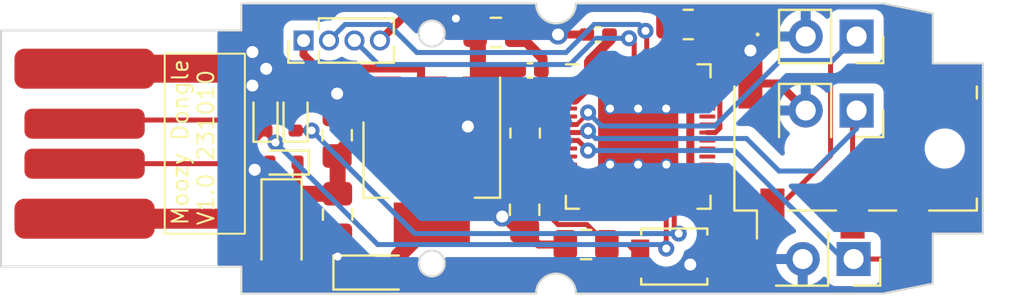
<source format=kicad_pcb>
(kicad_pcb (version 20221018) (generator pcbnew)
  (title_block (title "Moozy Dongle") (date "2023-10-10") (rev "1.0") (company "Author : Laurent Claude - www.Moozy.click") (comment 1 "License : Open Source Hardware - CC BY-SA 4.0"))
  (layers (0 "F.Cu" signal) (31 "B.Cu" signal) (34 "B.Paste" user) (35 "F.Paste" user) (36 "B.SilkS" user "B.Silkscreen") (37 "F.SilkS" user "F.Silkscreen") (38 "B.Mask" user) (39 "F.Mask" user) (44 "Edge.Cuts" user))
  (net 0 "")
  (net 1 "GND")
  (net 3 "+3.3V")
  (net 4 "Net-(U2-CHIP_PU{slash}RESET)")
  (net 5 "Net-(U2-GPIO1{slash}ADC1_CH0)")
  (net 21 "Net-(U2-GPIO2{slash}ADC1_CH1)")
  (net 22 "/Vusb")
  (net 39 "VBUS")
  (net 40 "Net-(D3-A1)")
  (net 41 "Net-(U2-GPIO0{slash}BOOT)")
  (net 48 "/TX")
  (net 49 "/RX")
  (net 52 "Net-(D4-A1)")
  (net 53 "Net-(D2-A)")
  (net 54 "/IO48{slash}LED")
  (net 55 "Net-(U2-GPIO3{slash}ADC1_CH2)")
  (footprint "Capacitor_SMD:C_0805_2012Metric_Pad1.18x1.45mm_HandSolder" (layer "F.Cu") (at 133.902 87.9329 90)
    (fp_text reference "C4" hide)
    (fp_text value "1uF" hide)
    (fp_line (start -0.261252 -0.735) (end 0.261252 -0.735) (stroke (width 0.12)) (layer "F.SilkS"))
    (fp_line (start -0.261252 0.735) (end 0.261252 0.735) (stroke (width 0.12)) (layer "F.SilkS"))
    (pad "1" smd roundrect (at -1.0375 0 90) (size 1.175 1.45) (layers "F.Cu" "F.Paste" "F.Mask") (roundrect_rratio 0.2127659574) (net 1 "GND"))
    (pad "2" smd roundrect (at 1.0375 0 90) (size 1.175 1.45) (layers "F.Cu" "F.Paste" "F.Mask") (roundrect_rratio 0.2127659574) (net 4 "Net-(U2-CHIP_PU{slash}RESET)"))
  )
  (footprint "Capacitor_SMD:C_0805_2012Metric_Pad1.18x1.45mm_HandSolder" (layer "F.Cu") (at 124.569 88.1695 -90)
    (fp_text reference "C1" hide)
    (fp_text value "10uF" hide)
    (fp_line (start -0.261252 -0.735) (end 0.261252 -0.735) (stroke (width 0.12)) (layer "F.SilkS"))
    (fp_line (start -0.261252 0.735) (end 0.261252 0.735) (stroke (width 0.12)) (layer "F.SilkS"))
    (pad "1" smd roundrect (at -1.0375 0 270) (size 1.175 1.45) (layers "F.Cu" "F.Paste" "F.Mask") (roundrect_rratio 0.2127659574) (net 39 "VBUS"))
    (pad "2" smd roundrect (at 1.0375 0 270) (size 1.175 1.45) (layers "F.Cu" "F.Paste" "F.Mask") (roundrect_rratio 0.2127659574) (net 1 "GND"))
  )
  (footprint "Capacitor_SMD:C_0805_2012Metric_Pad1.18x1.45mm_HandSolder" (layer "F.Cu") (at 132.469 79.07)
    (fp_text reference "C3" hide)
    (fp_text value "10uF" hide)
    (fp_line (start -0.261252 -0.735) (end 0.261252 -0.735) (stroke (width 0.12)) (layer "F.SilkS"))
    (fp_line (start -0.261252 0.735) (end 0.261252 0.735) (stroke (width 0.12)) (layer "F.SilkS"))
    (pad "1" smd roundrect (at -1.0375 0) (size 1.175 1.45) (layers "F.Cu" "F.Paste" "F.Mask") (roundrect_rratio 0.2127659574) (net 1 "GND"))
    (pad "2" smd roundrect (at 1.0375 0) (size 1.175 1.45) (layers "F.Cu" "F.Paste" "F.Mask") (roundrect_rratio 0.2127659574) (net 3 "+3.3V"))
  )
  (footprint "LED_SMD:LED_0201_0603Metric" (layer "F.Cu") (at 144.669 79.17 180)
    (fp_text reference "D2" hide)
    (fp_text value "LED XINGLIGHT XL-0201UGC " hide)
    (fp_circle (center -0.86 0) (end -0.81 0) (stroke (width 0.1)) (fill none) (layer "F.SilkS"))
    (pad "1" smd roundrect (at -0.32 0 180) (size 0.46 0.4) (layers "F.Cu" "F.Mask") (net 1 "GND"))
    (pad "2" smd roundrect (at 0.32 0 180) (size 0.46 0.4) (layers "F.Cu" "F.Mask") (net 53 "Net-(D2-A)"))
  )
  (footprint "Package_DFN_QFN:QFN-56-1EP_7x7mm_P0.4mm_EP4x4mm" (layer "F.Cu") (at 139.569 84.27)
    (fp_text reference "U2" hide)
    (fp_text value "ESP32-S3-PICO-1" hide)
    (fp_line (start -3.61 3.61) (end -3.61 2.96) (stroke (width 0.12)) (layer "F.SilkS"))
    (fp_line (start -2.96 -3.61) (end -3.61 -3.61) (stroke (width 0.12)) (layer "F.SilkS"))
    (fp_line (start -2.96 3.61) (end -3.61 3.61) (stroke (width 0.12)) (layer "F.SilkS"))
    (fp_line (start 2.96 -3.61) (end 3.61 -3.61) (stroke (width 0.12)) (layer "F.SilkS"))
    (fp_line (start 2.96 3.61) (end 3.61 3.61) (stroke (width 0.12)) (layer "F.SilkS"))
    (fp_line (start 3.61 -3.61) (end 3.61 -2.96) (stroke (width 0.12)) (layer "F.SilkS"))
    (fp_line (start 3.61 3.61) (end 3.61 2.96) (stroke (width 0.12)) (layer "F.SilkS"))
    (pad "1" smd roundrect (at -3.45 -2.6) (size 0.8 0.2) (layers "F.Cu" "F.Paste" "F.Mask"))
    (pad "2" smd roundrect (at -3.45 -2.2) (size 0.8 0.2) (layers "F.Cu" "F.Paste" "F.Mask") (net 3 "+3.3V"))
    (pad "3" smd roundrect (at -3.45 -1.8) (size 0.8 0.2) (layers "F.Cu" "F.Paste" "F.Mask") (net 3 "+3.3V"))
    (pad "4" smd roundrect (at -3.45 -1.4) (size 0.8 0.2) (layers "F.Cu" "F.Paste" "F.Mask") (net 4 "Net-(U2-CHIP_PU{slash}RESET)"))
    (pad "5" smd roundrect (at -3.45 -1) (size 0.8 0.2) (layers "F.Cu" "F.Paste" "F.Mask") (net 41 "Net-(U2-GPIO0{slash}BOOT)"))
    (pad "6" smd roundrect (at -3.45 -0.6) (size 0.8 0.2) (layers "F.Cu" "F.Paste" "F.Mask") (net 5 "Net-(U2-GPIO1{slash}ADC1_CH0)"))
    (pad "7" smd roundrect (at -3.45 -0.2) (size 0.8 0.2) (layers "F.Cu" "F.Paste" "F.Mask") (net 21 "Net-(U2-GPIO2{slash}ADC1_CH1)"))
    (pad "8" smd roundrect (at -3.45 0.2) (size 0.8 0.2) (layers "F.Cu" "F.Paste" "F.Mask") (net 55 "Net-(U2-GPIO3{slash}ADC1_CH2)"))
    (pad "9" smd roundrect (at -3.45 0.6) (size 0.8 0.2) (layers "F.Cu" "F.Paste" "F.Mask"))
    (pad "10" smd roundrect (at -3.45 1) (size 0.8 0.2) (layers "F.Cu" "F.Paste" "F.Mask"))
    (pad "11" smd roundrect (at -3.45 1.4) (size 0.8 0.2) (layers "F.Cu" "F.Paste" "F.Mask"))
    (pad "12" smd roundrect (at -3.45 1.8) (size 0.8 0.2) (layers "F.Cu" "F.Paste" "F.Mask"))
    (pad "13" smd roundrect (at -3.45 2.2) (size 0.8 0.2) (layers "F.Cu" "F.Paste" "F.Mask"))
    (pad "14" smd roundrect (at -3.45 2.6) (size 0.8 0.2) (layers "F.Cu" "F.Paste" "F.Mask"))
    (pad "15" smd roundrect (at -2.6 3.45) (size 0.2 0.8) (layers "F.Cu" "F.Paste" "F.Mask"))
    (pad "16" smd roundrect (at -2.2 3.45) (size 0.2 0.8) (layers "F.Cu" "F.Paste" "F.Mask"))
    (pad "17" smd roundrect (at -1.8 3.45) (size 0.2 0.8) (layers "F.Cu" "F.Paste" "F.Mask"))
    (pad "18" smd roundrect (at -1.4 3.45) (size 0.2 0.8) (layers "F.Cu" "F.Paste" "F.Mask"))
    (pad "19" smd roundrect (at -1 3.45) (size 0.2 0.8) (layers "F.Cu" "F.Paste" "F.Mask"))
    (pad "20" smd roundrect (at -0.6 3.45) (size 0.2 0.8) (layers "F.Cu" "F.Paste" "F.Mask") (net 3 "+3.3V"))
    (pad "21" smd roundrect (at -0.2 3.45) (size 0.2 0.8) (layers "F.Cu" "F.Paste" "F.Mask"))
    (pad "22" smd roundrect (at 0.2 3.45) (size 0.2 0.8) (layers "F.Cu" "F.Paste" "F.Mask"))
    (pad "23" smd roundrect (at 0.6 3.45) (size 0.2 0.8) (layers "F.Cu" "F.Paste" "F.Mask"))
    (pad "24" smd roundrect (at 1 3.45) (size 0.2 0.8) (layers "F.Cu" "F.Paste" "F.Mask"))
    (pad "25" smd roundrect (at 1.4 3.45) (size 0.2 0.8) (layers "F.Cu" "F.Paste" "F.Mask") (net 52 "Net-(D4-A1)"))
    (pad "26" smd roundrect (at 1.8 3.45) (size 0.2 0.8) (layers "F.Cu" "F.Paste" "F.Mask") (net 40 "Net-(D3-A1)"))
    (pad "27" smd roundrect (at 2.2 3.45) (size 0.2 0.8) (layers "F.Cu" "F.Paste" "F.Mask"))
    (pad "28" smd roundrect (at 2.6 3.45) (size 0.2 0.8) (layers "F.Cu" "F.Paste" "F.Mask"))
    (pad "29" smd roundrect (at 3.45 2.6) (size 0.8 0.2) (layers "F.Cu" "F.Paste" "F.Mask"))
    (pad "30" smd roundrect (at 3.45 2.2) (size 0.8 0.2) (layers "F.Cu" "F.Paste" "F.Mask"))
    (pad "31" smd roundrect (at 3.45 1.8) (size 0.8 0.2) (layers "F.Cu" "F.Paste" "F.Mask"))
    (pad "32" smd roundrect (at 3.45 1.4) (size 0.8 0.2) (layers "F.Cu" "F.Paste" "F.Mask"))
    (pad "33" smd roundrect (at 3.45 1) (size 0.8 0.2) (layers "F.Cu" "F.Paste" "F.Mask"))
    (pad "34" smd roundrect (at 3.45 0.6) (size 0.8 0.2) (layers "F.Cu" "F.Paste" "F.Mask"))
    (pad "35" smd roundrect (at 3.45 0.2) (size 0.8 0.2) (layers "F.Cu" "F.Paste" "F.Mask"))
    (pad "36" smd roundrect (at 3.45 -0.2) (size 0.8 0.2) (layers "F.Cu" "F.Paste" "F.Mask") (net 54 "/IO48{slash}LED"))
    (pad "37" smd roundrect (at 3.45 -0.6) (size 0.8 0.2) (layers "F.Cu" "F.Paste" "F.Mask"))
    (pad "38" smd roundrect (at 3.45 -1) (size 0.8 0.2) (layers "F.Cu" "F.Paste" "F.Mask"))
    (pad "39" smd roundrect (at 3.45 -1.4) (size 0.8 0.2) (layers "F.Cu" "F.Paste" "F.Mask"))
    (pad "40" smd roundrect (at 3.45 -1.8) (size 0.8 0.2) (layers "F.Cu" "F.Paste" "F.Mask"))
    (pad "41" smd roundrect (at 3.45 -2.2) (size 0.8 0.2) (layers "F.Cu" "F.Paste" "F.Mask"))
    (pad "42" smd roundrect (at 3.45 -2.6) (size 0.8 0.2) (layers "F.Cu" "F.Paste" "F.Mask"))
    (pad "43" smd roundrect (at 2.6 -3.45) (size 0.2 0.8) (layers "F.Cu" "F.Paste" "F.Mask"))
    (pad "44" smd roundrect (at 2.2 -3.45) (size 0.2 0.8) (layers "F.Cu" "F.Paste" "F.Mask"))
    (pad "45" smd roundrect (at 1.8 -3.45) (size 0.2 0.8) (layers "F.Cu" "F.Paste" "F.Mask"))
    (pad "46" smd roundrect (at 1.4 -3.45) (size 0.2 0.8) (layers "F.Cu" "F.Paste" "F.Mask") (net 3 "+3.3V"))
    (pad "47" smd roundrect (at 1 -3.45) (size 0.2 0.8) (layers "F.Cu" "F.Paste" "F.Mask"))
    (pad "48" smd roundrect (at 0.6 -3.45) (size 0.2 0.8) (layers "F.Cu" "F.Paste" "F.Mask"))
    (pad "49" smd roundrect (at 0.2 -3.45) (size 0.2 0.8) (layers "F.Cu" "F.Paste" "F.Mask") (net 48 "/TX"))
    (pad "50" smd roundrect (at -0.2 -3.45) (size 0.2 0.8) (layers "F.Cu" "F.Paste" "F.Mask") (net 49 "/RX"))
    (pad "51" smd roundrect (at -0.6 -3.45) (size 0.2 0.8) (layers "F.Cu" "F.Paste" "F.Mask"))
    (pad "52" smd roundrect (at -1 -3.45) (size 0.2 0.8) (layers "F.Cu" "F.Paste" "F.Mask"))
    (pad "53" smd roundrect (at -1.4 -3.45) (size 0.2 0.8) (layers "F.Cu" "F.Paste" "F.Mask"))
    (pad "54" smd roundrect (at -1.8 -3.45) (size 0.2 0.8) (layers "F.Cu" "F.Paste" "F.Mask"))
    (pad "55" smd roundrect (at -2.2 -3.45) (size 0.2 0.8) (layers "F.Cu" "F.Paste" "F.Mask") (net 3 "+3.3V"))
    (pad "56" smd roundrect (at -2.6 -3.45) (size 0.2 0.8) (layers "F.Cu" "F.Paste" "F.Mask") (net 3 "+3.3V"))
    (pad "57" smd rect (at 0 0) (size 4 4) (layers "F.Cu" "F.Mask") (net 1 "GND"))
  )
  (footprint "Capacitor_SMD:C_0402_1005Metric_Pad0.74x0.62mm_HandSolder" (layer "F.Cu") (at 137.569 79.17)
    (fp_text reference "C6" hide)
    (fp_text value "0.1uF" hide)
    (fp_line (start -0.115835 -0.36) (end 0.115835 -0.36) (stroke (width 0.12)) (layer "F.SilkS"))
    (fp_line (start -0.115835 0.36) (end 0.115835 0.36) (stroke (width 0.12)) (layer "F.SilkS"))
    (pad "1" smd roundrect (at -0.5675 0) (size 0.735 0.62) (layers "F.Cu" "F.Paste" "F.Mask") (net 1 "GND"))
    (pad "2" smd roundrect (at 0.5675 0) (size 0.735 0.62) (layers "F.Cu" "F.Paste" "F.Mask") (net 3 "+3.3V"))
  )
  (footprint "Resistor_SMD:R_0805_2012Metric_Pad1.20x1.40mm_HandSolder" (layer "F.Cu") (at 133.9274 84.0975 -90)
    (fp_text reference "R1" hide)
    (fp_text value "10k" hide)
    (fp_line (start -0.227064 -0.735) (end 0.227064 -0.735) (stroke (width 0.12)) (layer "F.SilkS"))
    (fp_line (start -0.227064 0.735) (end 0.227064 0.735) (stroke (width 0.12)) (layer "F.SilkS"))
    (pad "1" smd roundrect (at -1 0 270) (size 1.2 1.4) (layers "F.Cu" "F.Paste" "F.Mask") (roundrect_rratio 0.2083333333) (net 3 "+3.3V"))
    (pad "2" smd roundrect (at 1 0 270) (size 1.2 1.4) (layers "F.Cu" "F.Paste" "F.Mask") (roundrect_rratio 0.2083333333) (net 4 "Net-(U2-CHIP_PU{slash}RESET)"))
  )
  (footprint "Resistor_SMD:R_0805_2012Metric_Pad1.20x1.40mm_HandSolder" (layer "F.Cu") (at 142.069 78.67)
    (fp_text reference "R2" hide)
    (fp_text value "150R" hide)
    (fp_line (start -0.227064 -0.735) (end 0.227064 -0.735) (stroke (width 0.12)) (layer "F.SilkS"))
    (fp_line (start -0.227064 0.735) (end 0.227064 0.735) (stroke (width 0.12)) (layer "F.SilkS"))
    (pad "1" smd roundrect (at -1 0) (size 1.2 1.4) (layers "F.Cu" "F.Paste" "F.Mask") (roundrect_rratio 0.2083333333) (net 54 "/IO48{slash}LED"))
    (pad "2" smd roundrect (at 1 0) (size 1.2 1.4) (layers "F.Cu" "F.Paste" "F.Mask") (roundrect_rratio 0.2083333333) (net 53 "Net-(D2-A)"))
  )
  (footprint "Librairie_Moozy:Boîtier_USB_Dongle" (layer "F.Cu") (at 119.769 84.87)
    (fp_text reference "REF**" hide)
    (fp_text value "Boîtier_USB_Dongle" hide)
    (fp_line (start -12 -5.9) (end -12 5.9) (stroke (width 0.1)) (layer "Edge.Cuts"))
    (fp_line (start -12 -5.9) (end 0 -5.9) (stroke (width 0.1)) (layer "Edge.Cuts"))
    (fp_line (start -12 5.9) (end 0 5.9) (stroke (width 0.1)) (layer "Edge.Cuts"))
    (fp_line (start 0 -7.25) (end 14.7 -7.25) (stroke (width 0.1)) (layer "Edge.Cuts"))
    (fp_line (start 0 -5.9) (end 0 -7.25) (stroke (width 0.1)) (layer "Edge.Cuts"))
    (fp_line (start 0 5.9) (end 0 7.25) (stroke (width 0.1)) (layer "Edge.Cuts"))
    (fp_line (start 0 7.25) (end 14.7 7.25) (stroke (width 0.1)) (layer "Edge.Cuts"))
    (fp_line (start 16.7 -7.25) (end 32 -7.25) (stroke (width 0.1)) (layer "Edge.Cuts"))
    (fp_line (start 16.7 7.25) (end 32 7.25) (stroke (width 0.1)) (layer "Edge.Cuts"))
    (fp_line (start 32 -7.25) (end 34.5 -6.75) (stroke (width 0.1)) (layer "Edge.Cuts"))
    (fp_line (start 32 7.25) (end 34.5 6.75) (stroke (width 0.1)) (layer "Edge.Cuts"))
    (fp_line (start 34.5 -6.75) (end 34.5 -4.25) (stroke (width 0.1)) (layer "Edge.Cuts"))
    (fp_line (start 34.5 -4.25) (end 37 -4.25) (stroke (width 0.1)) (layer "Edge.Cuts"))
    (fp_line (start 34.5 4.25) (end 34.5 6.75) (stroke (width 0.1)) (layer "Edge.Cuts"))
    (fp_line (start 34.5 4.25) (end 37 4.25) (stroke (width 0.1)) (layer "Edge.Cuts"))
    (fp_line (start 37 -4.25) (end 37 4.25) (stroke (width 0.1)) (layer "Edge.Cuts"))
    (fp_arc (start 14.7 7.25) (mid 15.7 6.25) (end 16.7 7.25) (stroke (width 0.1)) (layer "Edge.Cuts"))
    (fp_arc (start 16.7 -7.25) (mid 15.7 -6.25) (end 14.7 -7.25) (stroke (width 0.1)) (layer "Edge.Cuts"))
    (fp_circle (center 9.5 -5.75) (end 10.15 -5.75) (stroke (width 0.1)) (fill none) (layer "Edge.Cuts"))
    (fp_circle (center 9.5 5.75) (end 10.15 5.75) (stroke (width 0.1)) (fill none) (layer "Edge.Cuts"))
  )
  (footprint "Capacitor_SMD:C_0805_2012Metric_Pad1.18x1.45mm_HandSolder" (layer "F.Cu") (at 124.5436 84.2071 90)
    (fp_text reference "C2" hide)
    (fp_text value "0.1uF" hide)
    (fp_line (start -0.261252 -0.735) (end 0.261252 -0.735) (stroke (width 0.12)) (layer "F.SilkS"))
    (fp_line (start -0.261252 0.735) (end 0.261252 0.735) (stroke (width 0.12)) (layer "F.SilkS"))
    (pad "1" smd roundrect (at -1.0375 0 90) (size 1.175 1.45) (layers "F.Cu" "F.Paste" "F.Mask") (roundrect_rratio 0.2127659574) (net 39 "VBUS"))
    (pad "2" smd roundrect (at 1.0375 0 90) (size 1.175 1.45) (layers "F.Cu" "F.Paste" "F.Mask") (roundrect_rratio 0.2127659574) (net 1 "GND"))
  )
  (footprint "Diode_SMD:D_SOD-523" (layer "F.Cu") (at 121.869 85.57 180)
    (fp_text reference "D5" hide)
    (fp_text value "LESD5D5.0CT1G" hide)
    (fp_line (start -1.26 -0.6) (end -1.26 0.6) (stroke (width 0.12)) (layer "F.SilkS"))
    (fp_line (start 0.7 -0.6) (end -1.26 -0.6) (stroke (width 0.12)) (layer "F.SilkS"))
    (fp_line (start 0.7 0.6) (end -1.26 0.6) (stroke (width 0.12)) (layer "F.SilkS"))
    (pad "1" smd roundrect (at -0.7 0) (size 0.6 0.7) (layers "F.Cu" "F.Paste" "F.Mask") (net 39 "VBUS"))
    (pad "2" smd roundrect (at 0.7 0) (size 0.6 0.7) (layers "F.Cu" "F.Paste" "F.Mask") (net 1 "GND"))
  )
  (footprint "Button_Switch_SMD:SW_SPST_B3U-1000P" (layer "F.Cu") (at 141.369 90.27)
    (fp_text reference "SW1" hide)
    (fp_text value "BOOT" hide)
    (fp_line (start -1.65 -1.4) (end 1.65 -1.4) (stroke (width 0.12)) (layer "F.SilkS"))
    (fp_line (start -1.65 -1.1) (end -1.65 -1.4) (stroke (width 0.12)) (layer "F.SilkS"))
    (fp_line (start -1.65 1.1) (end -1.65 1.4) (stroke (width 0.12)) (layer "F.SilkS"))
    (fp_line (start -1.65 1.4) (end 1.65 1.4) (stroke (width 0.12)) (layer "F.SilkS"))
    (fp_line (start 1.65 -1.4) (end 1.65 -1.1) (stroke (width 0.12)) (layer "F.SilkS"))
    (fp_line (start 1.65 1.4) (end 1.65 1.1) (stroke (width 0.12)) (layer "F.SilkS"))
    (pad "1" smd rect (at -1.7 0) (size 0.9 1.7) (layers "F.Cu" "F.Paste" "F.Mask") (net 41 "Net-(U2-GPIO0{slash}BOOT)"))
    (pad "2" smd rect (at 1.7 0) (size 0.9 1.7) (layers "F.Cu" "F.Paste" "F.Mask") (net 1 "GND"))
  )
  (footprint "Capacitor_SMD:C_0402_1005Metric_Pad0.74x0.62mm_HandSolder" (layer "F.Cu") (at 134.169 80.97)
    (fp_text reference "C5" hide)
    (fp_text value "1uF" hide)
    (fp_line (start -0.115835 -0.36) (end 0.115835 -0.36) (stroke (width 0.12)) (layer "F.SilkS"))
    (fp_line (start -0.115835 0.36) (end 0.115835 0.36) (stroke (width 0.12)) (layer "F.SilkS"))
    (pad "1" smd roundrect (at -0.5675 0) (size 0.735 0.62) (layers "F.Cu" "F.Paste" "F.Mask") (net 1 "GND"))
    (pad "2" smd roundrect (at 0.5675 0) (size 0.735 0.62) (layers "F.Cu" "F.Paste" "F.Mask") (net 3 "+3.3V"))
  )
  (footprint "Connector_PinSocket_2.54mm:PinSocket_1x02_P2.54mm_Vertical" (layer "F.Cu") (at 150.469 79.27 -90)
    (fp_text reference "REF**" hide)
    (fp_text value "PinSocket_1x02_P2.54mm_Vertical" hide)
    (fp_line (start -1.33 1.27) (end -1.33 3.87) (stroke (width 0.12)) (layer "F.SilkS"))
    (fp_line (start -1.33 1.27) (end 1.33 1.27) (stroke (width 0.12)) (layer "F.SilkS"))
    (fp_line (start -1.33 3.87) (end 1.33 3.87) (stroke (width 0.12)) (layer "F.SilkS"))
    (fp_line (start 0 -1.33) (end 1.33 -1.33) (stroke (width 0.12)) (layer "F.SilkS"))
    (fp_line (start 1.33 -1.33) (end 1.33 0) (stroke (width 0.12)) (layer "F.SilkS"))
    (fp_line (start 1.33 1.27) (end 1.33 3.87) (stroke (width 0.12)) (layer "F.SilkS"))
    (pad "1" thru_hole rect (at 0 0 270) (size 1.7 1.7) (drill 1) (layers "*.Cu" "*.Mask") (net 5 "Net-(U2-GPIO1{slash}ADC1_CH0)"))
    (pad "2" thru_hole oval (at 0 2.54 270) (size 1.7 1.7) (drill 1) (layers "*.Cu" "*.Mask") (net 1 "GND"))
  )
  (footprint "Connector_PinHeader_1.27mm:PinHeader_1x04_P1.27mm_Vertical" (layer "F.Cu") (at 122.869 79.47 90)
    (fp_text reference "J1" hide)
    (fp_text value "UART" hide)
    (fp_line (start -1.11 -0.76) (end 0 -0.76) (stroke (width 0.12)) (layer "F.SilkS"))
    (fp_line (start -1.11 0) (end -1.11 -0.76) (stroke (width 0.12)) (layer "F.SilkS"))
    (fp_line (start -1.11 0.76) (end -1.11 4.505) (stroke (width 0.12)) (layer "F.SilkS"))
    (fp_line (start -1.11 0.76) (end -0.563471 0.76) (stroke (width 0.12)) (layer "F.SilkS"))
    (fp_line (start -1.11 4.505) (end -0.30753 4.505) (stroke (width 0.12)) (layer "F.SilkS"))
    (fp_line (start 0.30753 4.505) (end 1.11 4.505) (stroke (width 0.12)) (layer "F.SilkS"))
    (fp_line (start 0.563471 0.76) (end 1.11 0.76) (stroke (width 0.12)) (layer "F.SilkS"))
    (fp_line (start 1.11 0.76) (end 1.11 4.505) (stroke (width 0.12)) (layer "F.SilkS"))
    (pad "1" thru_hole rect (at 0 0 90) (size 1 1) (drill 0.65) (layers "*.Cu" "*.Mask") (net 3 "+3.3V"))
    (pad "2" thru_hole oval (at 0 1.27 90) (size 1 1) (drill 0.65) (layers "*.Cu" "*.Mask") (net 48 "/TX"))
    (pad "3" thru_hole oval (at 0 2.54 90) (size 1 1) (drill 0.65) (layers "*.Cu" "*.Mask") (net 49 "/RX"))
    (pad "4" thru_hole oval (at 0 3.81 90) (size 1 1) (drill 0.65) (layers "*.Cu" "*.Mask") (net 1 "GND"))
  )
  (footprint "1_Laurent_Librairie:PCB_USB_Connector" (layer "F.Cu") (at 111.93965 84.628)
    (fp_text reference "U3" hide)
    (fp_text value "~" hide)
    (fp_rect (start 4 -4.5) (end 8 4.5) (stroke (width 0.1)) (fill none) (layer "F.SilkS"))
    (pad "1" smd roundrect (at 0 -3.75) (size 7 2) (layers "F.Cu" "F.Paste" "F.Mask") (net 1 "GND"))
    (pad "2" smd roundrect (at 0 -1) (size 6 1.5) (layers "F.Cu" "F.Paste" "F.Mask") (net 40 "Net-(D3-A1)"))
    (pad "3" smd roundrect (at 0 1) (size 6 1.5) (layers "F.Cu" "F.Paste" "F.Mask") (net 52 "Net-(D4-A1)"))
    (pad "4" smd roundrect (at 0 3.75) (size 7 2) (layers "F.Cu" "F.Paste" "F.Mask") (net 22 "/Vusb"))
  )
  (footprint "Diode_SMD:D_SOD-323_HandSoldering" (layer "F.Cu") (at 126.369 91.07)
    (fp_text reference "D1" hide)
    (fp_text value "TVS Diode, Bi-Direction, 3.3V" hide)
    (fp_line (start -2.01 -0.85) (end -2.01 0.85) (stroke (width 0.12)) (layer "F.SilkS"))
    (fp_line (start -2.01 -0.85) (end 1.25 -0.85) (stroke (width 0.12)) (layer "F.SilkS"))
    (fp_line (start -2.01 0.85) (end 1.25 0.85) (stroke (width 0.12)) (layer "F.SilkS"))
    (pad "1" smd roundrect (at -1.25 0) (size 1 1) (layers "F.Cu" "F.Paste" "F.Mask") (net 1 "GND"))
    (pad "2" smd roundrect (at 1.25 0) (size 1 1) (layers "F.Cu" "F.Paste" "F.Mask") (net 3 "+3.3V"))
  )
  (footprint "Diode_SMD:D_SOD-123" (layer "F.Cu") (at 121.769 88.77 -90)
    (fp_text reference "D6" hide)
    (fp_text value "1N5819HW-7-F" hide)
    (fp_line (start -2.36 -1) (end -2.36 1) (stroke (width 0.12)) (layer "F.SilkS"))
    (fp_line (start -2.36 -1) (end 1.65 -1) (stroke (width 0.12)) (layer "F.SilkS"))
    (fp_line (start -2.36 1) (end 1.65 1) (stroke (width 0.12)) (layer "F.SilkS"))
    (pad "1" smd roundrect (at -1.65 0 270) (size 0.9 1.2) (layers "F.Cu" "F.Paste" "F.Mask") (net 39 "VBUS"))
    (pad "2" smd roundrect (at 1.65 0 270) (size 0.9 1.2) (layers "F.Cu" "F.Paste" "F.Mask") (net 22 "/Vusb"))
  )
  (footprint "1_Librairie_Moozy:Jack_3.5mm_PJ320D_Horizontal" (layer "F.Cu") (at 150.094 84.87 180)
    (fp_text reference "J2" hide)
    (fp_text value "Audio Jack 3.5mm x3" hide)
    (fp_line (start -6.375 -3.1) (end -6.375 -2.5) (stroke (width 0.12)) (layer "F.SilkS"))
    (fp_line (start -6.375 -3.1) (end -4 -3.1) (stroke (width 0.12)) (layer "F.SilkS"))
    (fp_line (start -6.375 2.5) (end -6.375 3.1) (stroke (width 0.12)) (layer "F.SilkS"))
    (fp_line (start -2.35 -3.1) (end -1 -3.1) (stroke (width 0.12)) (layer "F.SilkS"))
    (fp_line (start 0.65 -3.1) (end 3.05 -3.1) (stroke (width 0.12)) (layer "F.SilkS"))
    (fp_line (start 4.6 -3.1) (end 4.6 -4.5) (stroke (width 0.12)) (layer "F.SilkS"))
    (fp_line (start 4.6 -3.1) (end 5.725 -3.1) (stroke (width 0.12)) (layer "F.SilkS"))
    (fp_line (start 5.725 3.1) (end 5.725 -3.1) (stroke (width 0.12)) (layer "F.SilkS"))
    (pad "" np_thru_hole circle (at -4.775 0 180) (size 1.5 1.5) (drill 1.5) (layers "*.Cu" "*.Mask"))
    (pad "" np_thru_hole circle (at 2.225 0 180) (size 1.5 1.5) (drill 1.5) (layers "*.Cu" "*.Mask"))
    (pad "1" smd rect (at 4.925 3.25 180) (size 1.2 2.5) (layers "F.Cu" "F.Paste" "F.Mask") (net 1 "GND"))
    (pad "2" smd rect (at -3.175 -3.25 180) (size 1.2 2.5) (layers "F.Cu" "F.Paste" "F.Mask") (net 55 "Net-(U2-GPIO3{slash}ADC1_CH2)"))
    (pad "3" smd rect (at -0.175 -3.25 180) (size 1.2 2.5) (layers "F.Cu" "F.Paste" "F.Mask") (net 21 "Net-(U2-GPIO2{slash}ADC1_CH1)"))
    (pad "4" smd rect (at 3.825 -3.25 180) (size 1.2 2.5) (layers "F.Cu" "F.Paste" "F.Mask") (net 5 "Net-(U2-GPIO1{slash}ADC1_CH0)"))
  )
  (footprint "Package_TO_SOT_SMD:SOT-223-3_TabPin2" (layer "F.Cu") (at 129.269 85.42 -90)
    (fp_text reference "U1" hide)
    (fp_text value "LD1117S33TR_SOT223" hide)
    (fp_line (start -4.1 -3.41) (end 1.91 -3.41) (stroke (width 0.12)) (layer "F.SilkS"))
    (fp_line (start -1.85 3.41) (end 1.91 3.41) (stroke (width 0.12)) (layer "F.SilkS"))
    (fp_line (start 1.91 -3.41) (end 1.91 -2.15) (stroke (width 0.12)) (layer "F.SilkS"))
    (fp_line (start 1.91 3.41) (end 1.91 2.15) (stroke (width 0.12)) (layer "F.SilkS"))
    (pad "1" smd rect (at -3.15 -2.3 270) (size 2 1.5) (layers "F.Cu" "F.Paste" "F.Mask") (net 1 "GND"))
    (pad "2" smd rect (at -3.15 0 270) (size 2 1.5) (layers "F.Cu" "F.Paste" "F.Mask") (net 3 "+3.3V"))
    (pad "2" smd rect (at 3.15 0 270) (size 2 3.8) (layers "F.Cu" "F.Paste" "F.Mask") (net 3 "+3.3V"))
    (pad "3" smd rect (at -3.15 2.3 270) (size 2 1.5) (layers "F.Cu" "F.Paste" "F.Mask") (net 39 "VBUS"))
  )
  (footprint "Connector_PinSocket_2.54mm:PinSocket_1x02_P2.54mm_Vertical" (layer "F.Cu") (at 150.469 82.97 -90)
    (fp_text reference "REF**" hide)
    (fp_text value "PinSocket_1x02_P2.54mm_Vertical" hide)
    (fp_line (start -1.33 1.27) (end -1.33 3.87) (stroke (width 0.12)) (layer "F.SilkS"))
    (fp_line (start -1.33 1.27) (end 1.33 1.27) (stroke (width 0.12)) (layer "F.SilkS"))
    (fp_line (start -1.33 3.87) (end 1.33 3.87) (stroke (width 0.12)) (layer "F.SilkS"))
    (fp_line (start 0 -1.33) (end 1.33 -1.33) (stroke (width 0.12)) (layer "F.SilkS"))
    (fp_line (start 1.33 -1.33) (end 1.33 0) (stroke (width 0.12)) (layer "F.SilkS"))
    (pad "1" thru_hole rect (at 0 0 270) (size 1.7 1.7) (drill 1) (layers "*.Cu" "*.Mask") (net 21 "Net-(U2-GPIO2{slash}ADC1_CH1)"))
    (pad "2" thru_hole oval (at 0 2.54 270) (size 1.7 1.7) (drill 1) (layers "*.Cu" "*.Mask") (net 1 "GND"))
  )
  (footprint "Capacitor_SMD:C_0805_2012Metric_Pad1.18x1.45mm_HandSolder" (layer "F.Cu") (at 136.969 89.67)
    (fp_text reference "C7" hide)
    (fp_text value "0.1uF" hide)
    (fp_line (start -0.261252 -0.735) (end 0.261252 -0.735) (stroke (width 0.12)) (layer "F.SilkS"))
    (fp_line (start -0.261252 0.735) (end 0.261252 0.735) (stroke (width 0.12)) (layer "F.SilkS"))
    (pad "1" smd roundrect (at -1.0375 0) (size 1.175 1.45) (layers "F.Cu" "F.Paste" "F.Mask") (roundrect_rratio 0.2127659574) (net 1 "GND"))
    (pad "2" smd roundrect (at 1.0375 0) (size 1.175 1.45) (layers "F.Cu" "F.Paste" "F.Mask") (roundrect_rratio 0.2127659574) (net 41 "Net-(U2-GPIO0{slash}BOOT)"))
  )
  (footprint "Diode_SMD:D_SOD-523" (layer "F.Cu") (at 122.469 83.27 90)
    (fp_text reference "D3" hide)
    (fp_text value "LESD5D5.0CT1G" hide)
    (fp_line (start -1.26 -0.6) (end -1.26 0.6) (stroke (width 0.12)) (layer "F.SilkS"))
    (fp_line (start 0.7 -0.6) (end -1.26 -0.6) (stroke (width 0.12)) (layer "F.SilkS"))
    (fp_line (start 0.7 0.6) (end -1.26 0.6) (stroke (width 0.12)) (layer "F.SilkS"))
    (pad "1" smd roundrect (at -0.7 0 270) (size 0.6 0.7) (layers "F.Cu" "F.Paste" "F.Mask") (net 40 "Net-(D3-A1)"))
    (pad "2" smd roundrect (at 0.7 0 270) (size 0.6 0.7) (layers "F.Cu" "F.Paste" "F.Mask") (net 1 "GND"))
  )
  (footprint "Diode_SMD:D_SOD-523" (layer "F.Cu") (at 120.969 83.27 90)
    (fp_text reference "D4" hide)
    (fp_text value "LESD5D5.0CT1G" hide)
    (fp_line (start -1.26 -0.6) (end -1.26 0.6) (stroke (width 0.12)) (layer "F.SilkS"))
    (fp_line (start 0.7 -0.6) (end -1.26 -0.6) (stroke (width 0.12)) (layer "F.SilkS"))
    (fp_line (start 0.7 0.6) (end -1.26 0.6) (stroke (width 0.12)) (layer "F.SilkS"))
    (pad "1" smd roundrect (at -0.7 0 270) (size 0.6 0.7) (layers "F.Cu" "F.Paste" "F.Mask") (net 52 "Net-(D4-A1)"))
    (pad "2" smd roundrect (at 0.7 0 270) (size 0.6 0.7) (layers "F.Cu" "F.Paste" "F.Mask") (net 1 "GND"))
  )
  (footprint "Connector_PinSocket_2.54mm:PinSocket_1x02_P2.54mm_Vertical" (layer "F.Cu") (at 150.319 90.395 -90)
    (fp_text reference "REF**" hide)
    (fp_text value "PinSocket_1x02_P2.54mm_Vertical" hide)
    (fp_line (start -1.33 1.27) (end 1.33 1.27) (stroke (width 0.12)) (layer "F.SilkS"))
    (fp_line (start 0 -1.33) (end 1.33 -1.33) (stroke (width 0.12)) (layer "F.SilkS"))
    (fp_line (start 1.33 -1.33) (end 1.33 0) (stroke (width 0.12)) (layer "F.SilkS"))
    (fp_line (start 1.33 1.27) (end 1.33 3.87) (stroke (width 0.12)) (layer "F.SilkS"))
    (pad "1" thru_hole rect (at 0 0 270) (size 1.7 1.7) (drill 1) (layers "*.Cu" "*.Mask") (net 55 "Net-(U2-GPIO3{slash}ADC1_CH2)"))
    (pad "2" thru_hole oval (at 0 2.54 270) (size 1.7 1.7) (drill 1) (layers "*.Cu" "*.Mask") (net 1 "GND"))
  )
  (gr_text "Moozy Dongle\nV1.0 231010" (at 118.469 88.77 90) (layer "F.SilkS") (effects (font (size 0.8 0.8) (thickness 0.1)) (justify left bottom)))
  (segment (start 136.9415 79.17) (end 135.569 79.17) (width 0.4) (layer "F.Cu") (net 1))
  (segment (start 115.43965 80.878) (end 119.47125 80.878) (width 1.4) (layer "F.Cu") (net 1))
  (segment (start 120.99525 80.878) (end 121.00225 80.885) (width 0.4) (layer "F.Cu") (net 1))
  (segment (start 120.793598 85.57) (end 120.431299 85.932299) (width 0.4) (layer "F.Cu") (net 1))
  (segment (start 130.4315 78.07) (end 130.469 78.1075) (width 0.4) (layer "F.Cu") (net 1))
  (segment (start 145.169 79.97) (end 144.989 79.79) (width 0.4) (layer "F.Cu") (net 1))
  (segment (start 131.569 82.27) (end 131.569 79.2075) (width 0.8) (layer "F.Cu") (net 1))
  (segment (start 131.569 82.27) (end 131.569 83.27) (width 0.8) (layer "F.Cu") (net 1))
  (segment (start 143.069 90.27) (end 142.569 90.27) (width 0.4) (layer "F.Cu") (net 1))
  (segment (start 124.569 90.27) (end 124.569 89.207) (width 0.8) (layer "F.Cu") (net 1))
  (segment (start 122.469 82.57) (end 120.969 82.57) (width 0.4) (layer "F.Cu") (net 1))
  (segment (start 131.569 82.27) (end 131.569 81.47) (width 0.8) (layer "F.Cu") (net 1))
  (segment (start 121.169 85.57) (end 120.793598 85.57) (width 0.4) (layer "F.Cu") (net 1))
  (segment (start 115.43965 80.878) (end 120.99525 80.878) (width 0.8) (layer "F.Cu") (net 1))
  (segment (start 128.079 78.07) (end 130.4315 78.07) (width 0.4) (layer "F.Cu") (net 1))
  (segment (start 146.579 81.62) (end 147.929 82.97) (width 0.4) (layer "F.Cu") (net 1))
  (segment (start 126.679 79.47) (end 128.079 78.07) (width 0.4) (layer "F.Cu") (net 1))
  (segment (start 119.47125 80.878) (end 120.31645 81.7232) (width 0.8) (layer "F.Cu") (net 1))
  (segment (start 132.069 80.97) (end 133.5415 80.97) (width 0.8) (layer "F.Cu") (net 1))
  (segment (start 124.569 90.27) (end 124.569 90.87) (width 0.8) (layer "F.Cu") (net 1))
  (segment (start 133.769 88.7173) (end 133.2317 88.7173) (width 0.4) (layer "F.Cu") (net 1))
  (segment (start 133.2317 88.7173) (end 132.7844 88.27) (width 0.4) (layer "F.Cu") (net 1))
  (segment (start 120.31645 81.7232) (end 120.3222 81.7232) (width 0.8) (layer "F.Cu") (net 1))
  (segment (start 144.989 79.79) (end 144.989 79.17) (width 0.4) (layer "F.Cu") (net 1))
  (segment (start 124.5436 83.1696) (end 124.5436 82.1243) (width 0.4) (layer "F.Cu") (net 1))
  (segment (start 131.569 83.27) (end 131.069 83.77) (width 0.8) (layer "F.Cu") (net 1))
  (segment (start 120.969 82.57) (end 120.969 82.37575) (width 0.4) (layer "F.Cu") (net 1))
  (segment (start 135.9315 89.67) (end 134.6016 89.67) (width 0.4) (layer "F.Cu") (net 1))
  (segment (start 142.569 90.27) (end 142.169 90.67) (width 0.4) (layer "F.Cu") (net 1))
  (segment (start 145.169 81.62) (end 146.579 81.62) (width 0.4) (layer "F.Cu") (net 1))
  (segment (start 131.569 81.47) (end 132.069 80.97) (width 0.8) (layer "F.Cu") (net 1))
  (segment (start 145.169 79.97) (end 145.169 81.62) (width 0.4) (layer "F.Cu") (net 1))
  (segment (start 124.569 90.87) (end 124.769 91.07) (width 0.8) (layer "F.Cu") (net 1))
  (segment (start 119.48525 80.878) (end 120.31645 80.0468) (width 0.8) (layer "F.Cu") (net 1))
  (segment (start 130.7315 78.37) (end 131.4315 79.07) (width 0.4) (layer "F.Cu") (net 1))
  (segment (start 124.769 91.07) (end 125.119 91.07) (width 0.8) (layer "F.Cu") (net 1))
  (segment (start 130.469 78.37) (end 130.7315 78.37) (width 0.4) (layer "F.Cu") (net 1))
  (segment (start 130.469 78.1075) (end 130.469 78.37) (width 0.4) (layer "F.Cu") (net 1))
  (segment (start 134.6016 89.67) (end 133.902 88.9704) (width 0.4) (layer "F.Cu") (net 1))
  (segment (start 131.569 79.2075) (end 131.4315 79.07) (width 0.8) (layer "F.Cu") (net 1))
  (segment (start 115.43965 80.878) (end 119.48525 80.878) (width 0.4) (layer "F.Cu") (net 1))
  (segment (start 120.969 82.37575) (end 120.31645 81.7232) (width 0.4) (layer "F.Cu") (net 1))
  (via (at 130.469 78.37) (size 0.8) (drill 0.4) (layers "F.Cu" "B.Cu") (net 1))
  (via (at 124.5436 82.1243) (size 1) (drill 0.6) (layers "F.Cu" "B.Cu") (net 1))
  (via (at 140.9654 82.8718) (size 0.6) (drill 0.4) (layers "F.Cu" "B.Cu") (net 1))
  (via (at 120.31645 81.7232) (size 1) (drill 0.6) (layers "F.Cu" "B.Cu") (net 1))
  (via (at 131.069 83.77) (size 1) (drill 0.6) (layers "F.Cu" "B.Cu") (net 1))
  (via (at 142.169 90.67) (size 1) (drill 0.6) (layers "F.Cu" "B.Cu") (net 1))
  (via (at 139.5654 85.6718) (size 0.6) (drill 0.4) (layers "F.Cu" "B.Cu") (net 1))
  (via (at 120.431299 85.932299) (size 1) (drill 0.6) (layers "F.Cu" "B.Cu") (net 1))
  (via (at 138.1654 85.6718) (size 0.6) (drill 0.4) (layers "F.Cu" "B.Cu") (net 1))
  (via (at 121.00225 80.885) (size 1) (drill 0.6) (layers "F.Cu" "B.Cu") (net 1))
  (via (at 138.1654 82.8718) (size 0.6) (drill 0.4) (layers "F.Cu" "B.Cu") (net 1))
  (via (at 135.569 79.17) (size 1) (drill 0.6) (layers "F.Cu" "B.Cu") (net 1))
  (via (at 140.9754 85.6718) (size 0.6) (drill 0.4) (layers "F.Cu" "B.Cu") (net 1))
  (via (at 132.7844 88.27) (size 1) (drill 0.6) (layers "F.Cu" "B.Cu") (net 1))
  (via (at 124.569 90.27) (size 0.8) (drill 0.4) (layers "F.Cu" "B.Cu") (net 1))
  (via (at 145.169 79.97) (size 1) (drill 0.6) (layers "F.Cu" "B.Cu") (net 1))
  (via (at 139.5654 82.8718) (size 0.6) (drill 0.4) (layers "F.Cu" "B.Cu") (net 1))
  (via (at 120.31645 80.0468) (size 1) (drill 0.6) (layers "F.Cu" "B.Cu") (net 1))
  (segment (start 138.1965 79.426814) (end 138.1965 79.17) (width 0.5) (layer "F.Cu") (net 3))
  (segment (start 129.369 88.47) (end 129.269 88.57) (width 0.8) (layer "F.Cu") (net 3))
  (segment (start 132.069 85.07) (end 129.269 85.07) (width 0.8) (layer "F.Cu") (net 3))
  (segment (start 137.169 81.67) (end 140.969 81.67) (width 0.5) (layer "F.Cu") (net 3))
  (segment (start 137.169 81.67) (end 137.169 80.454314) (width 0.5) (layer "F.Cu") (net 3))
  (segment (start 136.419 82.42) (end 136.340751 82.42) (width 0.5) (layer "F.Cu") (net 3))
  (segment (start 128.7315 81.7325) (end 129.269 82.27) (width 0.4) (layer "F.Cu") (net 3))
  (segment (start 134.7965 80.97) (end 134.7965 80.36) (width 0.5) (layer "F.Cu") (net 3))
  (segment (start 134.7965 82.2284) (end 134.7965 80.97) (width 0.5) (layer "F.Cu") (net 3))
  (segment (start 129.269 88.57) (end 127.619 90.22) (width 0.8) (layer "F.Cu") (net 3))
  (segment (start 141.769 81.67) (end 142.169 82.07) (width 0.4) (layer "F.Cu") (net 3))
  (segment (start 136.340751 82.42) (end 136.315751 82.395) (width 0.5) (layer "F.Cu") (net 3))
  (segment (start 136.315751 82.395) (end 134.6299 82.395) (width 0.5) (layer "F.Cu") (net 3))
  (segment (start 140.969 80.82) (end 140.969 81.67) (width 0.4) (layer "F.Cu") (net 3))
  (segment (start 129.269 82.27) (end 129.269 88.57) (width 0.8) (layer "F.Cu") (net 3))
  (segment (start 134.6299 82.395) (end 133.9274 83.0975) (width 0.5) (layer "F.Cu") (net 3))
  (segment (start 122.869 80.17) (end 123.569 80.87) (width 0.4) (layer "F.Cu") (net 3))
  (segment (start 137.169 80.454314) (end 138.1965 79.426814) (width 0.5) (layer "F.Cu") (net 3))
  (segment (start 140.969 81.67) (end 141.769 81.67) (width 0.4) (layer "F.Cu") (net 3))
  (segment (start 137.169 81.67) (end 136.419 82.42) (width 0.5) (layer "F.Cu") (net 3))
  (segment (start 123.569 80.87) (end 128.7315 80.87) (width 0.4) (layer "F.Cu") (net 3))
  (segment (start 127.619 90.22) (end 127.619 91.07) (width 0.8) (layer "F.Cu") (net 3))
  (segment (start 134.6299 82.395) (end 134.7965 82.2284) (width 0.5) (layer "F.Cu") (net 3))
  (segment (start 128.7315 80.87) (end 128.7315 81.7325) (width 0.4) (layer "F.Cu") (net 3))
  (segment (start 133.9274 83.2116) (end 132.069 85.07) (width 0.8) (layer "F.Cu") (net 3))
  (segment (start 139.019 87.02) (end 138.969 87.07) (width 0.4) (layer "F.Cu") (net 3))
  (segment (start 134.0065 83.0184) (end 133.9274 83.0975) (width 0.4) (layer "F.Cu") (net 3))
  (segment (start 134.7965 80.36) (end 133.5065 79.07) (width 0.5) (layer "F.Cu") (net 3))
  (segment (start 122.869 79.47) (end 122.869 80.17) (width 0.4) (layer "F.Cu") (net 3))
  (segment (start 142.169 82.07) (end 142.169 86.47) (width 0.4) (layer "F.Cu") (net 3))
  (segment (start 141.619 87.02) (end 139.019 87.02) (width 0.4) (layer "F.Cu") (net 3))
  (segment (start 142.169 86.47) (end 141.619 87.02) (width 0.4) (layer "F.Cu") (net 3))
  (segment (start 138.969 87.07) (end 138.969 87.72) (width 0.4) (layer "F.Cu") (net 3))
  (segment (start 133.9274 83.0975) (end 133.9274 83.2116) (width 0.8) (layer "F.Cu") (net 3))
  (segment (start 136.119 82.87) (end 135.319 82.87) (width 0.25) (layer "F.Cu") (net 4))
  (segment (start 134.8524 83.3366) (end 134.8524 84.1725) (width 0.25) (layer "F.Cu") (net 4))
  (segment (start 133.769 86.87) (end 133.769 85.1035) (width 0.25) (layer "F.Cu") (net 4))
  (segment (start 133.769 85.1035) (end 133.8004 85.0721) (width 0.25) (layer "F.Cu") (net 4))
  (segment (start 135.319 82.87) (end 134.8524 83.3366) (width 0.25) (layer "F.Cu") (net 4))
  (segment (start 134.8524 84.1725) (end 133.9274 85.0975) (width 0.25) (layer "F.Cu") (net 4))
  (segment (start 137.069 83.108908) (end 136.507908 83.67) (width 0.2) (layer "F.Cu") (net 5))
  (segment (start 137.069 83.07) (end 137.069 83.108908) (width 0.25) (layer "F.Cu") (net 5))
  (segment (start 149.169 80.57) (end 150.469 79.27) (width 0.25) (layer "F.Cu") (net 5))
  (segment (start 146.269 88.12) (end 149.169 85.22) (width 0.25) (layer "F.Cu") (net 5))
  (segment (start 149.169 85.22) (end 149.169 80.57) (width 0.25) (layer "F.Cu") (net 5))
  (segment (start 136.507908 83.67) (end 136.119 83.67) (width 0.25) (layer "F.Cu") (net 5))
  (via (at 137.069 83.07) (size 0.8) (drill 0.4) (layers "F.Cu" "B.Cu") (net 5))
  (segment (start 137.069 83.07) (end 137.744 83.745) (width 0.25) (layer "B.Cu") (net 5))
  (segment (start 143.394 83.745) (end 146.669 80.47) (width 0.25) (layer "B.Cu") (net 5))
  (segment (start 146.669 80.47) (end 149.269 80.47) (width 0.25) (layer "B.Cu") (net 5))
  (segment (start 137.744 83.745) (end 143.394 83.745) (width 0.25) (layer "B.Cu") (net 5))
  (segment (start 149.269 80.47) (end 150.469 79.27) (width 0.25) (layer "B.Cu") (net 5))
  (segment (start 150.269 83.17) (end 150.469 82.97) (width 0.25) (layer "F.Cu") (net 21))
  (segment (start 150.269 88.12) (end 150.269 83.17) (width 0.25) (layer "F.Cu") (net 21))
  (segment (start 137.0695 83.990993) (end 136.990493 84.07) (width 0.25) (layer "F.Cu") (net 21))
  (segment (start 136.990493 84.07) (end 136.119 84.07) (width 0.25) (layer "F.Cu") (net 21))
  (via (at 137.0695 83.990993) (size 0.8) (drill 0.4) (layers "F.Cu" "B.Cu") (net 21))
  (segment (start 150.469 83.87) (end 150.469 82.97) (width 0.25) (layer "B.Cu") (net 21))
  (segment (start 148.344 85.995) (end 150.469 83.87) (width 0.25) (layer "B.Cu") (net 21))
  (segment (start 137.448507 84.37) (end 144.973505 84.37) (width 0.25) (layer "B.Cu") (net 21))
  (segment (start 137.0695 83.990993) (end 137.448507 84.37) (width 0.25) (layer "B.Cu") (net 21))
  (segment (start 144.973505 84.37) (end 146.598505 85.995) (width 0.25) (layer "B.Cu") (net 21))
  (segment (start 146.598505 85.995) (end 148.344 85.995) (width 0.25) (layer "B.Cu") (net 21))
  (segment (start 111.93965 88.378) (end 112.03165 88.47) (width 1) (layer "F.Cu") (net 22))
  (segment (start 119.377 88.378) (end 121.419 90.42) (width 1) (layer "F.Cu") (net 22))
  (segment (start 111.93965 88.378) (end 119.377 88.378) (width 1) (layer "F.Cu") (net 22))
  (segment (start 121.419 90.42) (end 121.769 90.42) (width 1) (layer "F.Cu") (net 22))
  (segment (start 124.5436 85.2446) (end 126.969 82.8192) (width 0.8) (layer "F.Cu") (net 39))
  (segment (start 124.569 87.132) (end 124.569 85.27) (width 0.8) (layer "F.Cu") (net 39))
  (segment (start 122.569 85.57) (end 122.569 87.132) (width 0.4) (layer "F.Cu") (net 39))
  (segment (start 121.881 87.132) (end 122.569 87.132) (width 0.8) (layer "F.Cu") (net 39))
  (segment (start 122.569 87.132) (end 124.569 87.132) (width 0.8) (layer "F.Cu") (net 39))
  (segment (start 141.5935 89.121568) (end 141.369 88.897068) (width 0.25) (layer "F.Cu") (net 40))
  (segment (start 122.469 83.97) (end 121.944 83.445) (width 0.25) (layer "F.Cu") (net 40))
  (segment (start 121.944 83.445) (end 112.12265 83.445) (width 0.25) (layer "F.Cu") (net 40))
  (segment (start 112.12265 83.445) (end 111.93965 83.628) (width 0.25) (layer "F.Cu") (net 40))
  (segment (start 141.369 88.897068) (end 141.369 87.72) (width 0.25) (layer "F.Cu") (net 40))
  (segment (start 122.469 83.97) (end 123.269 83.97) (width 0.25) (layer "F.Cu") (net 40))
  (via (at 141.5935 89.121568) (size 0.8) (drill 0.4) (layers "F.Cu" "B.Cu") (net 40))
  (via (at 123.269 83.97) (size 0.8) (drill 0.4) (layers "F.Cu" "B.Cu") (net 40))
  (segment (start 132.169 89.121568) (end 141.5935 89.121568) (width 0.25) (layer "B.Cu") (net 40))
  (segment (start 128.420568 89.121568) (end 132.169 89.121568) (width 0.25) (layer "B.Cu") (net 40))
  (segment (start 123.269 83.97) (end 128.420568 89.121568) (width 0.25) (layer "B.Cu") (net 40))
  (segment (start 138.0065 89.67) (end 137.0065 88.67) (width 0.25) (layer "F.Cu") (net 41))
  (segment (start 135.369 88.47) (end 135.369 83.62) (width 0.25) (layer "F.Cu") (net 41))
  (segment (start 138.0065 89.67) (end 139.069 89.67) (width 0.25) (layer "F.Cu") (net 41))
  (segment (start 135.369 83.62) (end 135.719 83.27) (width 0.25) (layer "F.Cu") (net 41))
  (segment (start 139.069 89.67) (end 139.669 90.27) (width 0.25) (layer "F.Cu") (net 41))
  (segment (start 135.569 88.67) (end 135.369 88.47) (width 0.25) (layer "F.Cu") (net 41))
  (segment (start 137.0065 88.67) (end 135.569 88.67) (width 0.25) (layer "F.Cu") (net 41))
  (segment (start 135.719 83.27) (end 136.119 83.27) (width 0.25) (layer "F.Cu") (net 41))
  (segment (start 139.994 80.206092) (end 139.769 80.431092) (width 0.25) (layer "F.Cu") (net 48))
  (segment (start 139.994 79.100073) (end 139.994 80.206092) (width 0.25) (layer "F.Cu") (net 48))
  (segment (start 139.769 80.431092) (end 139.769 80.82) (width 0.25) (layer "F.Cu") (net 48))
  (segment (start 139.932665 78.987373) (end 139.932665 79.038738) (width 0.25) (layer "F.Cu") (net 48))
  (segment (start 139.932665 79.038738) (end 139.994 79.100073) (width 0.25) (layer "F.Cu") (net 48))
  (via (at 139.932665 78.987373) (size 0.8) (drill 0.4) (layers "F.Cu" "B.Cu") (net 48))
  (segment (start 137.369 78.67) (end 135.969 80.07) (width 0.25) (layer "B.Cu") (net 48))
  (segment (start 128.522282 80.07) (end 127.122282 78.67) (width 0.25) (layer "B.Cu") (net 48))
  (segment (start 139.932665 78.987373) (end 139.615292 78.67) (width 0.25) (layer "B.Cu") (net 48))
  (segment (start 124.939 78.67) (end 124.139 79.47) (width 0.25) (layer "B.Cu") (net 48))
  (segment (start 127.122282 78.67) (end 124.939 78.67) (width 0.25) (layer "B.Cu") (net 48))
  (segment (start 135.969 80.07) (end 128.522282 80.07) (width 0.25) (layer "B.Cu") (net 48))
  (segment (start 139.615292 78.67) (end 137.369 78.67) (width 0.25) (layer "B.Cu") (net 48))
  (segment (start 139.369 79.614457) (end 139.369 80.82) (width 0.25) (layer "F.Cu") (net 49))
  (segment (start 139.1135 79.358957) (end 139.369 79.614457) (width 0.25) (layer "F.Cu") (net 49))
  (via (at 139.1135 79.358957) (size 0.8) (drill 0.4) (layers "F.Cu" "B.Cu") (net 49))
  (segment (start 126.609 80.67) (end 125.409 79.47) (width 0.25) (layer "B.Cu") (net 49))
  (segment (start 137.480043 79.358957) (end 136.169 80.67) (width 0.25) (layer "B.Cu") (net 49))
  (segment (start 136.169 80.67) (end 126.609 80.67) (width 0.25) (layer "B.Cu") (net 49))
  (segment (start 139.1135 79.358957) (end 137.480043 79.358957) (width 0.25) (layer "B.Cu") (net 49))
  (segment (start 119.311 85.628) (end 120.969 83.97) (width 0.25) (layer "F.Cu") (net 52))
  (segment (start 140.969 89.87) (end 140.969 87.72) (width 0.25) (layer "F.Cu") (net 52))
  (segment (start 120.969 83.97) (end 120.969 84.07) (width 0.25) (layer "F.Cu") (net 52))
  (segment (start 120.969 84.07) (end 121.469 84.57) (width 0.25) (layer "F.Cu") (net 52))
  (segment (start 111.93965 85.628) (end 119.311 85.628) (width 0.25) (layer "F.Cu") (net 52))
  (via (at 140.969 89.87) (size 0.8) (drill 0.4) (layers "F.Cu" "B.Cu") (net 52))
  (via (at 121.469 84.57) (size 0.8) (drill 0.4) (layers "F.Cu" "B.Cu") (net 52))
  (segment (start 140.969 89.87) (end 140.769 89.67) (width 0.25) (layer "B.Cu") (net 52))
  (segment (start 140.769 89.67) (end 128.069 89.67) (width 0.25) (layer "B.Cu") (net 52))
  (segment (start 121.469 84.57) (end 126.569 89.67) (width 0.25) (layer "B.Cu") (net 52))
  (segment (start 126.569 89.67) (end 128.069 89.67) (width 0.25) (layer "B.Cu") (net 52))
  (segment (start 143.569 79.17) (end 144.349 79.17) (width 0.25) (layer "F.Cu") (net 53))
  (segment (start 143.069 78.67) (end 143.569 79.17) (width 0.25) (layer "F.Cu") (net 53))
  (segment (start 143.019 84.07) (end 143.419 84.07) (width 0.25) (layer "F.Cu") (net 54))
  (segment (start 143.644 83.845) (end 143.644 81.245) (width 0.25) (layer "F.Cu") (net 54))
  (segment (start 143.644 81.245) (end 141.069 78.67) (width 0.25) (layer "F.Cu") (net 54))
  (segment (start 143.419 84.07) (end 143.644 83.845) (width 0.25) (layer "F.Cu") (net 54))
  (segment (start 149.794 90.395) (end 150.319 90.395) (width 0.25) (layer "F.Cu") (net 55))
  (segment (start 150.319 90.395) (end 152.844 90.395) (width 0.25) (layer "F.Cu") (net 55))
  (segment (start 152.844 90.395) (end 153.269 89.97) (width 0.25) (layer "F.Cu") (net 55))
  (segment (start 136.569 84.47) (end 137.069 84.97) (width 0.25) (layer "F.Cu") (net 55))
  (segment (start 153.269 89.97) (end 153.269 88.12) (width 0.25) (layer "F.Cu") (net 55))
  (segment (start 136.119 84.47) (end 136.569 84.47) (width 0.25) (layer "F.Cu") (net 55))
  (via (at 137.069 84.97) (size 0.8) (drill 0.4) (layers "F.Cu" "B.Cu") (net 55))
  (segment (start 149.794 90.395) (end 150.319 90.395) (width 0.25) (layer "B.Cu") (net 55))
  (segment (start 144.369 84.97) (end 149.794 90.395) (width 0.25) (layer "B.Cu") (net 55))
  (segment (start 137.069 84.97) (end 144.369 84.97) (width 0.25) (layer "B.Cu") (net 55))
  (zone (net 1) (net_name "GND") (layer "B.Cu") (connect_pads (clearance 0.5)) (min_thickness 0.25) (fill yes (thermal_gap 0.5) (thermal_bridge_width 0.5))
    (polygon (pts (xy 156.969 92.27) (xy 118.569 92.27) (xy 118.569 77.47) (xy 156.969 77.47)))
  )
)
</source>
